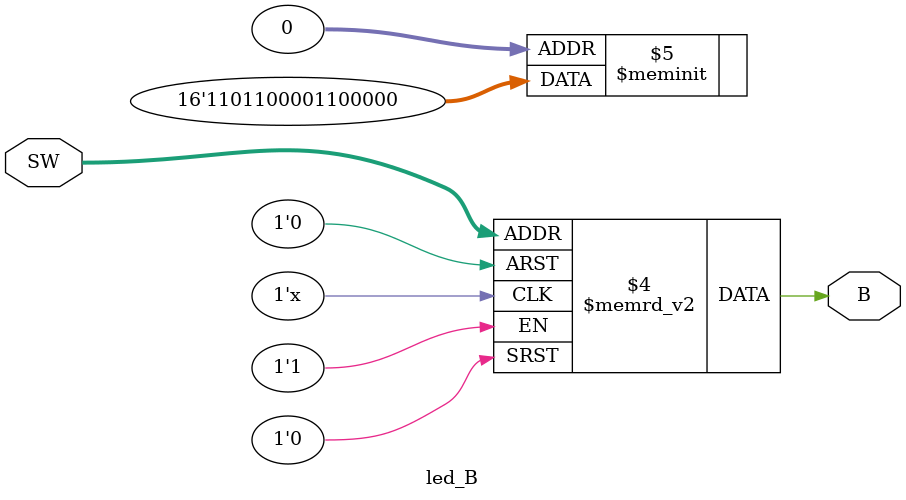
<source format=v>
module led_B (input [0:3] SW,
              output reg B);
always @ (*) begin
	case(SW)
    0: B=~1;
	1: B=~1;
	2: B=~1;
	3: B=~1;
	4: B=~1;
	5: B=~0;
	6: B=~0;
	7: B=~1;
	8: B=~1;
	9: B=~1;
	10: B=~1;
	11: B=~0;
	12: B=~0;
	13: B=~1;
	14: B=~0;
	15: B=~0;
	endcase
end            
endmodule
</source>
